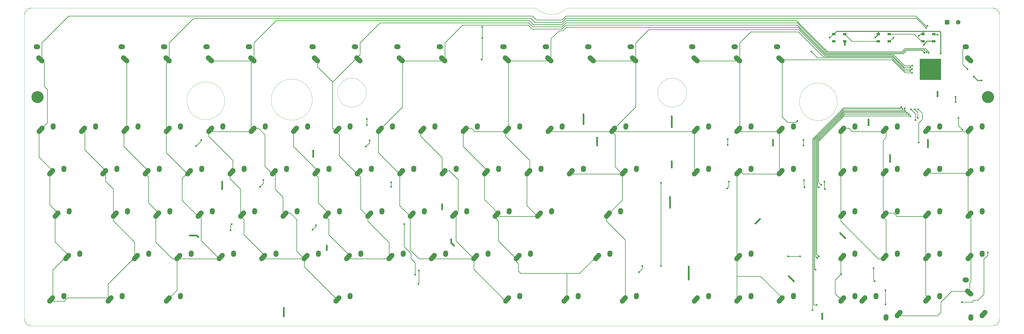
<source format=gtl>
%TF.GenerationSoftware,KiCad,Pcbnew,5.99.0-unknown-ae51e60f70~131~ubuntu21.10.1*%
%TF.CreationDate,2021-09-02T01:24:25-04:00*%
%TF.ProjectId,aek,61656b2e-6b69-4636-9164-5f7063625858,rev?*%
%TF.SameCoordinates,Original*%
%TF.FileFunction,Copper,L1,Top*%
%TF.FilePolarity,Positive*%
%FSLAX46Y46*%
G04 Gerber Fmt 4.6, Leading zero omitted, Abs format (unit mm)*
G04 Created by KiCad (PCBNEW 5.99.0-unknown-ae51e60f70~131~ubuntu21.10.1) date 2021-09-02 01:24:25*
%MOMM*%
%LPD*%
G01*
G04 APERTURE LIST*
G04 Aperture macros list*
%AMHorizOval*
0 Thick line with rounded ends*
0 $1 width*
0 $2 $3 position (X,Y) of the first rounded end (center of the circle)*
0 $4 $5 position (X,Y) of the second rounded end (center of the circle)*
0 Add line between two ends*
20,1,$1,$2,$3,$4,$5,0*
0 Add two circle primitives to create the rounded ends*
1,1,$1,$2,$3*
1,1,$1,$4,$5*%
G04 Aperture macros list end*
%TA.AperFunction,Profile*%
%ADD10C,0.150000*%
%TD*%
%TA.AperFunction,Profile*%
%ADD11C,0.050000*%
%TD*%
%TA.AperFunction,SMDPad,CuDef*%
%ADD12R,1.500000X1.000000*%
%TD*%
%TA.AperFunction,ComponentPad*%
%ADD13C,5.400000*%
%TD*%
%TA.AperFunction,ComponentPad*%
%ADD14HorizOval,2.250000X0.655001X0.730000X-0.655001X-0.730000X0*%
%TD*%
%TA.AperFunction,ComponentPad*%
%ADD15C,2.250000*%
%TD*%
%TA.AperFunction,ComponentPad*%
%ADD16HorizOval,2.250000X0.020000X0.290000X-0.020000X-0.290000X0*%
%TD*%
%TA.AperFunction,ComponentPad*%
%ADD17HorizOval,2.250000X-0.730000X0.655001X0.730000X-0.655001X0*%
%TD*%
%TA.AperFunction,ComponentPad*%
%ADD18HorizOval,2.250000X-0.290000X0.020000X0.290000X-0.020000X0*%
%TD*%
%TA.AperFunction,ComponentPad*%
%ADD19HorizOval,2.250000X-0.020000X-0.290000X0.020000X0.290000X0*%
%TD*%
%TA.AperFunction,ComponentPad*%
%ADD20HorizOval,2.250000X-0.655001X-0.730000X0.655001X0.730000X0*%
%TD*%
%TA.AperFunction,ComponentPad*%
%ADD21R,2.000000X2.000000*%
%TD*%
%TA.AperFunction,ComponentPad*%
%ADD22C,2.000000*%
%TD*%
%TA.AperFunction,ViaPad*%
%ADD23C,0.800000*%
%TD*%
%TA.AperFunction,Conductor*%
%ADD24C,0.250000*%
%TD*%
%TA.AperFunction,Conductor*%
%ADD25C,0.800000*%
%TD*%
%TA.AperFunction,Conductor*%
%ADD26C,0.750000*%
%TD*%
%TA.AperFunction,Conductor*%
%ADD27C,0.400000*%
%TD*%
G04 APERTURE END LIST*
D10*
X456882500Y-154432000D02*
G75*
G02*
X453834500Y-157480000I-3048000J0D01*
G01*
X18986500Y-17780000D02*
G75*
G02*
X22034500Y-14732000I3048000J0D01*
G01*
X22034500Y-157480000D02*
G75*
G02*
X18986500Y-154432000I0J3048000D01*
G01*
D11*
X22034500Y-157480000D02*
X453834500Y-157480000D01*
X456882500Y-154432000D02*
X456882500Y-17780000D01*
X18986500Y-17780000D02*
X18986500Y-154432000D01*
X172486500Y-52730000D02*
G75*
G03*
X172486500Y-52730000I-6500000J0D01*
G01*
X148236500Y-55850000D02*
G75*
G03*
X148236500Y-55850000I-9250000J0D01*
G01*
X248692001Y-14731999D02*
X22034500Y-14732000D01*
X262407999Y-14731999D02*
X453834500Y-14732000D01*
X108885512Y-56400000D02*
G75*
G03*
X108885512Y-56400000I-8500000J0D01*
G01*
X262407998Y-14731999D02*
G75*
G02*
X248692001Y-14731999I-6857998J6496633D01*
G01*
X316386500Y-52730000D02*
G75*
G03*
X316386500Y-52730000I-6500000J0D01*
G01*
X383985512Y-56830000D02*
G75*
G03*
X383985512Y-56830000I-8500000J0D01*
G01*
D10*
X453834500Y-14732000D02*
G75*
G02*
X456882500Y-17780000I0J-3048000D01*
G01*
D12*
%TO.P,LED1,1,VCC*%
%TO.N,+5V*%
X382454000Y-26416000D03*
%TO.P,LED1,2,DOUT*%
%TO.N,unconnected-(LED1-Pad2)*%
X382454000Y-29616000D03*
%TO.P,LED1,3,GND*%
%TO.N,GND*%
X387354000Y-29616000D03*
%TO.P,LED1,4,DIN*%
%TO.N,Net-(LED1-Pad4)*%
X387354000Y-26416000D03*
%TD*%
%TO.P,LED2,1,VCC*%
%TO.N,+5V*%
X402454000Y-26416000D03*
%TO.P,LED2,2,DOUT*%
%TO.N,Net-(LED1-Pad4)*%
X402454000Y-29616000D03*
%TO.P,LED2,3,GND*%
%TO.N,GND*%
X407354000Y-29616000D03*
%TO.P,LED2,4,DIN*%
%TO.N,Net-(LED2-Pad4)*%
X407354000Y-26416000D03*
%TD*%
%TO.P,LED3,1,VCC*%
%TO.N,+5V*%
X422454000Y-26416000D03*
%TO.P,LED3,2,DOUT*%
%TO.N,Net-(LED2-Pad4)*%
X422454000Y-29616000D03*
%TO.P,LED3,3,GND*%
%TO.N,GND*%
X427354000Y-29616000D03*
%TO.P,LED3,4,DIN*%
%TO.N,LEDDIN*%
X427354000Y-26416000D03*
%TD*%
D13*
%TO.P,H2,1,1*%
%TO.N,GND*%
X451698000Y-54734000D03*
%TD*%
D14*
%TO.P,SW_0,1,COL*%
%TO.N,COL5*%
X216682001Y-69437500D03*
D15*
X217337000Y-68707500D03*
%TO.P,SW_0,2,ROW*%
%TO.N,Net-(D57-Pad2)*%
X222377000Y-67627500D03*
D16*
X222357000Y-67917500D03*
%TD*%
D14*
%TO.P,SW_1,1,COL*%
%TO.N,COL0*%
X45232001Y-69437500D03*
D15*
X45887000Y-68707500D03*
%TO.P,SW_1,2,ROW*%
%TO.N,Net-(D11-Pad2)*%
X50927000Y-67627500D03*
D16*
X50907000Y-67917500D03*
%TD*%
D15*
%TO.P,SW_2,1,COL*%
%TO.N,COL1*%
X64937000Y-68707500D03*
D14*
X64282001Y-69437500D03*
D16*
%TO.P,SW_2,2,ROW*%
%TO.N,Net-(D13-Pad2)*%
X69957000Y-67917500D03*
D15*
X69977000Y-67627500D03*
%TD*%
D14*
%TO.P,SW_3,1,COL*%
%TO.N,COL1*%
X83332001Y-69437500D03*
D15*
X83987000Y-68707500D03*
%TO.P,SW_3,2,ROW*%
%TO.N,Net-(D21-Pad2)*%
X89027000Y-67627500D03*
D16*
X89007000Y-67917500D03*
%TD*%
D14*
%TO.P,SW_6,1,COL*%
%TO.N,COL3*%
X140482001Y-69437500D03*
D15*
X141137000Y-68707500D03*
D16*
%TO.P,SW_6,2,ROW*%
%TO.N,Net-(D35-Pad2)*%
X146157000Y-67917500D03*
D15*
X146177000Y-67627500D03*
%TD*%
D14*
%TO.P,SW_7,1,COL*%
%TO.N,COL3*%
X159532001Y-69437500D03*
D15*
X160187000Y-68707500D03*
%TO.P,SW_7,2,ROW*%
%TO.N,Net-(D42-Pad2)*%
X165227000Y-67627500D03*
D16*
X165207000Y-67917500D03*
%TD*%
D14*
%TO.P,SW_8,1,COL*%
%TO.N,COL4*%
X178582001Y-69437500D03*
D15*
X179237000Y-68707500D03*
%TO.P,SW_8,2,ROW*%
%TO.N,Net-(D46-Pad2)*%
X184277000Y-67627500D03*
D16*
X184257000Y-67917500D03*
%TD*%
D15*
%TO.P,SW_9,1,COL*%
%TO.N,COL4*%
X198287000Y-68707500D03*
D14*
X197632001Y-69437500D03*
D15*
%TO.P,SW_9,2,ROW*%
%TO.N,Net-(D54-Pad2)*%
X203327000Y-67627500D03*
D16*
X203307000Y-67917500D03*
%TD*%
D15*
%TO.P,SW_A1,1,COL*%
%TO.N,COL0*%
X60174500Y-106807500D03*
D14*
X59519501Y-107537500D03*
D16*
%TO.P,SW_A1,2,ROW*%
%TO.N,Net-(D9-Pad2)*%
X65194500Y-106017500D03*
D15*
X65214500Y-105727500D03*
%TD*%
%TO.P,SW_APOS1,1,COL*%
%TO.N,COL5*%
X250674500Y-106807500D03*
D14*
X250019501Y-107537500D03*
D16*
%TO.P,SW_APOS1,2,ROW*%
%TO.N,Net-(D63-Pad2)*%
X255694500Y-106017500D03*
D15*
X255714500Y-105727500D03*
%TD*%
%TO.P,SW_B1,1,COL*%
%TO.N,COL2*%
X145899500Y-125857500D03*
D14*
X145244501Y-126587500D03*
D16*
%TO.P,SW_B1,2,ROW*%
%TO.N,Net-(D29-Pad2)*%
X150919500Y-125067500D03*
D15*
X150939500Y-124777500D03*
%TD*%
%TO.P,SW_BACKSP1,1,COL*%
%TO.N,COL6*%
X284012000Y-68707500D03*
D14*
X283357001Y-69437500D03*
D16*
%TO.P,SW_BACKSP1,2,ROW*%
%TO.N,Net-(D76-Pad2)*%
X289032000Y-67917500D03*
D15*
X289052000Y-67627500D03*
%TD*%
%TO.P,SW_BKSLS1,1,COL*%
%TO.N,COL6*%
X288774500Y-87757500D03*
D14*
X288119501Y-88487500D03*
D16*
%TO.P,SW_BKSLS1,2,ROW*%
%TO.N,Net-(D70-Pad2)*%
X293794500Y-86967500D03*
D15*
X293814500Y-86677500D03*
%TD*%
%TO.P,SW_C1,1,COL*%
%TO.N,COL1*%
X107799500Y-125857500D03*
D14*
X107144501Y-126587500D03*
D15*
%TO.P,SW_C1,2,ROW*%
%TO.N,Net-(D18-Pad2)*%
X112839500Y-124777500D03*
D16*
X112819500Y-125067500D03*
%TD*%
D15*
%TO.P,SW_CAP1,1,COL*%
%TO.N,COL0*%
X33980750Y-106807500D03*
D14*
X33325751Y-107537500D03*
D16*
%TO.P,SW_CAP1,2,ROW*%
%TO.N,Net-(D4-Pad2)*%
X39000750Y-106017500D03*
D15*
X39020750Y-105727500D03*
%TD*%
D14*
%TO.P,SW_COLON1,1,COL*%
%TO.N,COL5*%
X230969501Y-107537500D03*
D15*
X231624500Y-106807500D03*
%TO.P,SW_COLON1,2,ROW*%
%TO.N,Net-(D59-Pad2)*%
X236664500Y-105727500D03*
D16*
X236644500Y-106017500D03*
%TD*%
D15*
%TO.P,SW_COMMA1,1,COL*%
%TO.N,COL4*%
X203049500Y-125857500D03*
D14*
X202394501Y-126587500D03*
D15*
%TO.P,SW_COMMA1,2,ROW*%
%TO.N,Net-(D49-Pad2)*%
X208089500Y-124777500D03*
D16*
X208069500Y-125067500D03*
%TD*%
D14*
%TO.P,SW_D1,1,COL*%
%TO.N,COL1*%
X97619501Y-107537500D03*
D15*
X98274500Y-106807500D03*
D16*
%TO.P,SW_D1,2,ROW*%
%TO.N,Net-(D19-Pad2)*%
X103294500Y-106017500D03*
D15*
X103314500Y-105727500D03*
%TD*%
D14*
%TO.P,SW_DEL1,1,COL*%
%TO.N,COL6*%
X320504501Y-88487500D03*
D15*
X321159500Y-87757500D03*
D16*
%TO.P,SW_DEL1,2,ROW*%
%TO.N,Net-(D74-Pad2)*%
X326179500Y-86967500D03*
D15*
X326199500Y-86677500D03*
%TD*%
%TO.P,SW_DOWN1,1,COL*%
%TO.N,COL7*%
X340209500Y-144907500D03*
D14*
X339554501Y-145637500D03*
D16*
%TO.P,SW_DOWN1,2,ROW*%
%TO.N,Net-(D82-Pad2)*%
X345229500Y-144117500D03*
D15*
X345249500Y-143827500D03*
%TD*%
%TO.P,SW_E1,1,COL*%
%TO.N,COL1*%
X93512000Y-87757500D03*
D14*
X92857001Y-88487500D03*
D16*
%TO.P,SW_E1,2,ROW*%
%TO.N,Net-(D20-Pad2)*%
X98532000Y-86967500D03*
D15*
X98552000Y-86677500D03*
%TD*%
%TO.P,SW_END1,1,COL*%
%TO.N,COL7*%
X340209500Y-87757500D03*
D14*
X339554501Y-88487500D03*
D15*
%TO.P,SW_END1,2,ROW*%
%TO.N,Net-(D80-Pad2)*%
X345249500Y-86677500D03*
D16*
X345229500Y-86967500D03*
%TD*%
D15*
%TO.P,SW_ENTER1,1,COL*%
%TO.N,COL6*%
X281630750Y-106807500D03*
D14*
X280975751Y-107537500D03*
D15*
%TO.P,SW_ENTER1,2,ROW*%
%TO.N,Net-(D71-Pad2)*%
X286670750Y-105727500D03*
D16*
X286650750Y-106017500D03*
%TD*%
D14*
%TO.P,SW_EQ1,1,COL*%
%TO.N,COL6*%
X254782001Y-69437500D03*
D15*
X255437000Y-68707500D03*
%TO.P,SW_EQ1,2,ROW*%
%TO.N,Net-(D68-Pad2)*%
X260477000Y-67627500D03*
D16*
X260457000Y-67917500D03*
%TD*%
D15*
%TO.P,SW_ESC1,1,COL*%
%TO.N,COL0*%
X25337000Y-37107500D03*
D17*
X26067000Y-37762499D03*
D15*
%TO.P,SW_ESC1,2,ROW*%
%TO.N,Net-(D1-Pad2)*%
X24257000Y-32067500D03*
D18*
X24547000Y-32087500D03*
%TD*%
D15*
%TO.P,SW_F1,1,COL*%
%TO.N,COL1*%
X63437000Y-37107500D03*
D17*
X64167000Y-37762499D03*
D18*
%TO.P,SW_F1,2,ROW*%
%TO.N,Net-(D12-Pad2)*%
X62647000Y-32087500D03*
D15*
X62357000Y-32067500D03*
%TD*%
%TO.P,SW_F2,1,COL*%
%TO.N,COL1*%
X82487000Y-37107500D03*
D17*
X83217000Y-37762499D03*
D15*
%TO.P,SW_F2,2,ROW*%
%TO.N,Net-(D22-Pad2)*%
X81407000Y-32067500D03*
D18*
X81697000Y-32087500D03*
%TD*%
D15*
%TO.P,SW_F3,1,COL*%
%TO.N,COL2*%
X101537000Y-37107500D03*
D17*
X102267000Y-37762499D03*
D15*
%TO.P,SW_F3,2,ROW*%
%TO.N,Net-(D23-Pad2)*%
X100457000Y-32067500D03*
D18*
X100747000Y-32087500D03*
%TD*%
D15*
%TO.P,SW_F4,1,COL*%
%TO.N,COL2*%
X120587000Y-37107500D03*
D17*
X121317000Y-37762499D03*
D18*
%TO.P,SW_F4,2,ROW*%
%TO.N,Net-(D33-Pad2)*%
X119797000Y-32087500D03*
D15*
X119507000Y-32067500D03*
%TD*%
%TO.P,SW_F5,1,COL*%
%TO.N,COL3*%
X149162000Y-37107500D03*
D17*
X149892000Y-37762499D03*
D18*
%TO.P,SW_F5,2,ROW*%
%TO.N,Net-(D34-Pad2)*%
X148372000Y-32087500D03*
D15*
X148082000Y-32067500D03*
%TD*%
%TO.P,SW_F6,1,COL*%
%TO.N,COL3*%
X168212000Y-37107500D03*
D17*
X168942000Y-37762499D03*
D18*
%TO.P,SW_F6,2,ROW*%
%TO.N,Net-(D44-Pad2)*%
X167422000Y-32087500D03*
D15*
X167132000Y-32067500D03*
%TD*%
%TO.P,SW_F7,1,COL*%
%TO.N,COL4*%
X187262000Y-37107500D03*
D17*
X187992000Y-37762499D03*
D15*
%TO.P,SW_F7,2,ROW*%
%TO.N,Net-(D45-Pad2)*%
X186182000Y-32067500D03*
D18*
X186472000Y-32087500D03*
%TD*%
D17*
%TO.P,SW_F8,1,COL*%
%TO.N,COL4*%
X207042000Y-37762499D03*
D15*
X206312000Y-37107500D03*
D18*
%TO.P,SW_F8,2,ROW*%
%TO.N,Net-(D55-Pad2)*%
X205522000Y-32087500D03*
D15*
X205232000Y-32067500D03*
%TD*%
D17*
%TO.P,SW_F9,1,COL*%
%TO.N,COL5*%
X235617000Y-37762499D03*
D15*
X234887000Y-37107500D03*
D18*
%TO.P,SW_F9,2,ROW*%
%TO.N,Net-(D56-Pad2)*%
X234097000Y-32087500D03*
D15*
X233807000Y-32067500D03*
%TD*%
%TO.P,SW_F10,1,COL*%
%TO.N,COL5*%
X253937000Y-37107500D03*
D17*
X254667000Y-37762499D03*
D18*
%TO.P,SW_F10,2,ROW*%
%TO.N,Net-(D66-Pad2)*%
X253147000Y-32087500D03*
D15*
X252857000Y-32067500D03*
%TD*%
%TO.P,SW_F11,1,COL*%
%TO.N,COL6*%
X272987000Y-37107500D03*
D17*
X273717000Y-37762499D03*
D15*
%TO.P,SW_F11,2,ROW*%
%TO.N,Net-(D67-Pad2)*%
X271907000Y-32067500D03*
D18*
X272197000Y-32087500D03*
%TD*%
D15*
%TO.P,SW_F12,1,COL*%
%TO.N,COL6*%
X292037000Y-37107500D03*
D17*
X292767000Y-37762499D03*
D15*
%TO.P,SW_F12,2,ROW*%
%TO.N,Net-(D77-Pad2)*%
X290957000Y-32067500D03*
D18*
X291247000Y-32087500D03*
%TD*%
D15*
%TO.P,SW_F13,1,COL*%
%TO.N,COL2*%
X117324500Y-106807500D03*
D14*
X116669501Y-107537500D03*
D15*
%TO.P,SW_F13,2,ROW*%
%TO.N,Net-(D26-Pad2)*%
X122364500Y-105727500D03*
D16*
X122344500Y-106017500D03*
%TD*%
D14*
%TO.P,SW_G1,1,COL*%
%TO.N,COL2*%
X135719501Y-107537500D03*
D15*
X136374500Y-106807500D03*
%TO.P,SW_G1,2,ROW*%
%TO.N,Net-(D30-Pad2)*%
X141414500Y-105727500D03*
D16*
X141394500Y-106017500D03*
%TD*%
D15*
%TO.P,SW_H1,1,COL*%
%TO.N,COL3*%
X155424500Y-106807500D03*
D14*
X154769501Y-107537500D03*
D16*
%TO.P,SW_H1,2,ROW*%
%TO.N,Net-(D37-Pad2)*%
X160444500Y-106017500D03*
D15*
X160464500Y-105727500D03*
%TD*%
%TO.P,SW_HOME1,1,COL*%
%TO.N,COL7*%
X340209500Y-68707500D03*
D14*
X339554501Y-69437500D03*
D16*
%TO.P,SW_HOME1,2,ROW*%
%TO.N,Net-(D79-Pad2)*%
X345229500Y-67917500D03*
D15*
X345249500Y-67627500D03*
%TD*%
D14*
%TO.P,SW_I1,1,COL*%
%TO.N,COL4*%
X188107001Y-88487500D03*
D15*
X188762000Y-87757500D03*
D16*
%TO.P,SW_I1,2,ROW*%
%TO.N,Net-(D47-Pad2)*%
X193782000Y-86967500D03*
D15*
X193802000Y-86677500D03*
%TD*%
D14*
%TO.P,SW_INS1,1,COL*%
%TO.N,COL6*%
X320504501Y-69437500D03*
D15*
X321159500Y-68707500D03*
%TO.P,SW_INS1,2,ROW*%
%TO.N,Net-(D75-Pad2)*%
X326199500Y-67627500D03*
D16*
X326179500Y-67917500D03*
%TD*%
D15*
%TO.P,SW_J1,1,COL*%
%TO.N,COL3*%
X174474500Y-106807500D03*
D14*
X173819501Y-107537500D03*
D16*
%TO.P,SW_J1,2,ROW*%
%TO.N,Net-(D40-Pad2)*%
X179494500Y-106017500D03*
D15*
X179514500Y-105727500D03*
%TD*%
D14*
%TO.P,SW_K1,1,COL*%
%TO.N,COL4*%
X192869501Y-107537500D03*
D15*
X193524500Y-106807500D03*
%TO.P,SW_K1,2,ROW*%
%TO.N,Net-(D48-Pad2)*%
X198564500Y-105727500D03*
D16*
X198544500Y-106017500D03*
%TD*%
D15*
%TO.P,SW_KP0,1,COL*%
%TO.N,COL7*%
X396407000Y-144907500D03*
D14*
X395752001Y-145637500D03*
D16*
%TO.P,SW_KP0,2,ROW*%
%TO.N,Net-(D84-Pad2)*%
X401427000Y-144117500D03*
D15*
X401447000Y-143827500D03*
%TD*%
%TO.P,SW_KP1,1,COL*%
%TO.N,COL7*%
X386882000Y-125857500D03*
D14*
X386227001Y-126587500D03*
D16*
%TO.P,SW_KP1,2,ROW*%
%TO.N,Net-(D85-Pad2)*%
X391902000Y-125067500D03*
D15*
X391922000Y-124777500D03*
%TD*%
%TO.P,SW_KP2,1,COL*%
%TO.N,COL8*%
X405932000Y-125857500D03*
D14*
X405277001Y-126587500D03*
D15*
%TO.P,SW_KP2,2,ROW*%
%TO.N,Net-(D93-Pad2)*%
X410972000Y-124777500D03*
D16*
X410952000Y-125067500D03*
%TD*%
D14*
%TO.P,SW_KP3,1,COL*%
%TO.N,COL8*%
X424327001Y-126587500D03*
D15*
X424982000Y-125857500D03*
D16*
%TO.P,SW_KP3,2,ROW*%
%TO.N,Net-(D95-Pad2)*%
X430002000Y-125067500D03*
D15*
X430022000Y-124777500D03*
%TD*%
D14*
%TO.P,SW_KP4,1,COL*%
%TO.N,COL8*%
X386227001Y-107537500D03*
D15*
X386882000Y-106807500D03*
%TO.P,SW_KP4,2,ROW*%
%TO.N,Net-(D92-Pad2)*%
X391922000Y-105727500D03*
D16*
X391902000Y-106017500D03*
%TD*%
D15*
%TO.P,SW_KP5,1,COL*%
%TO.N,COL8*%
X405932000Y-106807500D03*
D14*
X405277001Y-107537500D03*
D16*
%TO.P,SW_KP5,2,ROW*%
%TO.N,Net-(D97-Pad2)*%
X410952000Y-106017500D03*
D15*
X410972000Y-105727500D03*
%TD*%
%TO.P,SW_KP6,1,COL*%
%TO.N,COL8*%
X424982000Y-106807500D03*
D14*
X424327001Y-107537500D03*
D15*
%TO.P,SW_KP6,2,ROW*%
%TO.N,Net-(D96-Pad2)*%
X430022000Y-105727500D03*
D16*
X430002000Y-106017500D03*
%TD*%
D14*
%TO.P,SW_KP7,1,COL*%
%TO.N,COL8*%
X386227001Y-88487500D03*
D15*
X386882000Y-87757500D03*
D16*
%TO.P,SW_KP7,2,ROW*%
%TO.N,Net-(D91-Pad2)*%
X391902000Y-86967500D03*
D15*
X391922000Y-86677500D03*
%TD*%
D14*
%TO.P,SW_KP8,1,COL*%
%TO.N,COL8*%
X405277001Y-88487500D03*
D15*
X405932000Y-87757500D03*
%TO.P,SW_KP8,2,ROW*%
%TO.N,Net-(D98-Pad2)*%
X410972000Y-86677500D03*
D16*
X410952000Y-86967500D03*
%TD*%
D15*
%TO.P,SW_KP9,1,COL*%
%TO.N,COL9*%
X424982000Y-87757500D03*
D14*
X424327001Y-88487500D03*
D16*
%TO.P,SW_KP9,2,ROW*%
%TO.N,Net-(D102-Pad2)*%
X430002000Y-86967500D03*
D15*
X430022000Y-86677500D03*
%TD*%
D14*
%TO.P,SW_KPASTR1,1,COL*%
%TO.N,COL9*%
X443377001Y-69437500D03*
D15*
X444032000Y-68707500D03*
D16*
%TO.P,SW_KPASTR1,2,ROW*%
%TO.N,Net-(D110-Pad2)*%
X449052000Y-67917500D03*
D15*
X449072000Y-67627500D03*
%TD*%
%TO.P,SW_KPENTER1,1,COL*%
%TO.N,COL9*%
X442532000Y-141882500D03*
D17*
X443262000Y-142537499D03*
D15*
%TO.P,SW_KPENTER1,2,ROW*%
%TO.N,Net-(D104-Pad2)*%
X441452000Y-136842500D03*
D18*
X441742000Y-136862500D03*
%TD*%
D14*
%TO.P,SW_KPEQ1,1,COL*%
%TO.N,COL8*%
X405277001Y-69437500D03*
D15*
X405932000Y-68707500D03*
%TO.P,SW_KPEQ1,2,ROW*%
%TO.N,Net-(D99-Pad2)*%
X410972000Y-67627500D03*
D16*
X410952000Y-67917500D03*
%TD*%
D15*
%TO.P,SW_KPMINUS1,1,COL*%
%TO.N,COL9*%
X444032000Y-87757500D03*
D14*
X443377001Y-88487500D03*
D15*
%TO.P,SW_KPMINUS1,2,ROW*%
%TO.N,Net-(D109-Pad2)*%
X449072000Y-86677500D03*
D16*
X449052000Y-86967500D03*
%TD*%
D15*
%TO.P,SW_KPPER1,1,COL*%
%TO.N,COL8*%
X424982000Y-144907500D03*
D14*
X424327001Y-145637500D03*
D15*
%TO.P,SW_KPPER1,2,ROW*%
%TO.N,Net-(D94-Pad2)*%
X430022000Y-143827500D03*
D16*
X430002000Y-144117500D03*
%TD*%
D15*
%TO.P,SW_KPPLUS1,2,ROW*%
%TO.N,Net-(D103-Pad2)*%
X449072000Y-105727500D03*
D16*
X449052000Y-106017500D03*
D14*
%TO.P,SW_KPPLUS1,1,COL*%
%TO.N,COL9*%
X443377001Y-107537500D03*
D15*
X444032000Y-106807500D03*
%TD*%
%TO.P,SW_KPSLASH1,1,COL*%
%TO.N,COL9*%
X424982000Y-68707500D03*
D14*
X424327001Y-69437500D03*
D15*
%TO.P,SW_KPSLASH1,2,ROW*%
%TO.N,Net-(D101-Pad2)*%
X430022000Y-67627500D03*
D16*
X430002000Y-67917500D03*
%TD*%
D14*
%TO.P,SW_L1,1,COL*%
%TO.N,COL4*%
X211919501Y-107537500D03*
D15*
X212574500Y-106807500D03*
%TO.P,SW_L1,2,ROW*%
%TO.N,Net-(D52-Pad2)*%
X217614500Y-105727500D03*
D16*
X217594500Y-106017500D03*
%TD*%
D14*
%TO.P,SW_LALT1,1,COL*%
%TO.N,COL1*%
X83332001Y-145637500D03*
D15*
X83987000Y-144907500D03*
%TO.P,SW_LALT1,2,ROW*%
%TO.N,Net-(D17-Pad2)*%
X89027000Y-143827500D03*
D16*
X89007000Y-144117500D03*
%TD*%
D14*
%TO.P,SW_LBRAC1,1,COL*%
%TO.N,COL5*%
X245257001Y-88487500D03*
D15*
X245912000Y-87757500D03*
D16*
%TO.P,SW_LBRAC1,2,ROW*%
%TO.N,Net-(D64-Pad2)*%
X250932000Y-86967500D03*
D15*
X250952000Y-86677500D03*
%TD*%
%TO.P,SW_LCTR1,1,COL*%
%TO.N,COL0*%
X31599500Y-144907500D03*
D14*
X30944501Y-145637500D03*
D16*
%TO.P,SW_LCTR1,2,ROW*%
%TO.N,Net-(D6-Pad2)*%
X36619500Y-144117500D03*
D15*
X36639500Y-143827500D03*
%TD*%
%TO.P,SW_LEFT1,1,COL*%
%TO.N,COL6*%
X321159500Y-144907500D03*
D14*
X320504501Y-145637500D03*
D16*
%TO.P,SW_LEFT1,2,ROW*%
%TO.N,Net-(D73-Pad2)*%
X326179500Y-144117500D03*
D15*
X326199500Y-143827500D03*
%TD*%
D14*
%TO.P,SW_LMOD1,1,COL*%
%TO.N,COL0*%
X57138251Y-145637500D03*
D15*
X57793250Y-144907500D03*
%TO.P,SW_LMOD1,2,ROW*%
%TO.N,Net-(D7-Pad2)*%
X62833250Y-143827500D03*
D16*
X62813250Y-144117500D03*
%TD*%
D14*
%TO.P,SW_LSH1,1,COL*%
%TO.N,COL0*%
X38088251Y-126587500D03*
D15*
X38743250Y-125857500D03*
%TO.P,SW_LSH1,2,ROW*%
%TO.N,Net-(D5-Pad2)*%
X43783250Y-124777500D03*
D16*
X43763250Y-125067500D03*
%TD*%
D15*
%TO.P,SW_M1,1,COL*%
%TO.N,COL3*%
X183999500Y-125857500D03*
D14*
X183344501Y-126587500D03*
D15*
%TO.P,SW_M1,2,ROW*%
%TO.N,Net-(D39-Pad2)*%
X189039500Y-124777500D03*
D16*
X189019500Y-125067500D03*
%TD*%
D15*
%TO.P,SW_MINUS1,1,COL*%
%TO.N,COL5*%
X236387000Y-68707500D03*
D14*
X235732001Y-69437500D03*
D16*
%TO.P,SW_MINUS1,2,ROW*%
%TO.N,Net-(D65-Pad2)*%
X241407000Y-67917500D03*
D15*
X241427000Y-67627500D03*
%TD*%
D14*
%TO.P,SW_N1,1,COL*%
%TO.N,COL3*%
X164294501Y-126587500D03*
D15*
X164949500Y-125857500D03*
D16*
%TO.P,SW_N1,2,ROW*%
%TO.N,Net-(D38-Pad2)*%
X169969500Y-125067500D03*
D15*
X169989500Y-124777500D03*
%TD*%
%TO.P,SW_O1,1,COL*%
%TO.N,COL4*%
X207812000Y-87757500D03*
D14*
X207157001Y-88487500D03*
D16*
%TO.P,SW_O1,2,ROW*%
%TO.N,Net-(D53-Pad2)*%
X212832000Y-86967500D03*
D15*
X212852000Y-86677500D03*
%TD*%
%TO.P,SW_P1,1,COL*%
%TO.N,COL5*%
X226862000Y-87757500D03*
D14*
X226207001Y-88487500D03*
D16*
%TO.P,SW_P1,2,ROW*%
%TO.N,Net-(D58-Pad2)*%
X231882000Y-86967500D03*
D15*
X231902000Y-86677500D03*
%TD*%
%TO.P,SW_PAUSE1,1,COL*%
%TO.N,COL8*%
X357759500Y-37107500D03*
D17*
X358489500Y-37762499D03*
D18*
%TO.P,SW_PAUSE1,2,ROW*%
%TO.N,Net-(D89-Pad2)*%
X356969500Y-32087500D03*
D15*
X356679500Y-32067500D03*
%TD*%
%TO.P,SW_PERIOD1,1,COL*%
%TO.N,COL4*%
X222099500Y-125857500D03*
D14*
X221444501Y-126587500D03*
D16*
%TO.P,SW_PERIOD1,2,ROW*%
%TO.N,Net-(D51-Pad2)*%
X227119500Y-125067500D03*
D15*
X227139500Y-124777500D03*
%TD*%
D14*
%TO.P,SW_PGDN1,1,COL*%
%TO.N,COL7*%
X358604501Y-88487500D03*
D15*
X359259500Y-87757500D03*
D16*
%TO.P,SW_PGDN1,2,ROW*%
%TO.N,Net-(D86-Pad2)*%
X364279500Y-86967500D03*
D15*
X364299500Y-86677500D03*
%TD*%
%TO.P,SW_PGUP1,1,COL*%
%TO.N,COL7*%
X359259500Y-68707500D03*
D14*
X358604501Y-69437500D03*
D16*
%TO.P,SW_PGUP1,2,ROW*%
%TO.N,Net-(D87-Pad2)*%
X364279500Y-67917500D03*
D15*
X364299500Y-67627500D03*
%TD*%
%TO.P,SW_POW1,1,COL*%
%TO.N,COL9*%
X442532000Y-37107500D03*
D17*
X443262000Y-37762499D03*
D18*
%TO.P,SW_POW1,2,ROW*%
%TO.N,Net-(D100-Pad2)*%
X441742000Y-32087500D03*
D15*
X441452000Y-32067500D03*
%TD*%
D17*
%TO.P,SW_PRSC1,1,COL*%
%TO.N,COL7*%
X320389500Y-37762499D03*
D15*
X319659500Y-37107500D03*
%TO.P,SW_PRSC1,2,ROW*%
%TO.N,Net-(D78-Pad2)*%
X318579500Y-32067500D03*
D18*
X318869500Y-32087500D03*
%TD*%
D14*
%TO.P,SW_Q1,1,COL*%
%TO.N,COL0*%
X54757001Y-88487500D03*
D15*
X55412000Y-87757500D03*
%TO.P,SW_Q1,2,ROW*%
%TO.N,Net-(D10-Pad2)*%
X60452000Y-86677500D03*
D16*
X60432000Y-86967500D03*
%TD*%
D14*
%TO.P,SW_R1,1,COL*%
%TO.N,COL2*%
X111907001Y-88487500D03*
D15*
X112562000Y-87757500D03*
D16*
%TO.P,SW_R1,2,ROW*%
%TO.N,Net-(D25-Pad2)*%
X117582000Y-86967500D03*
D15*
X117602000Y-86677500D03*
%TD*%
%TO.P,SW_RALT1,1,COL*%
%TO.N,COL4*%
X236387000Y-144907500D03*
D14*
X235732001Y-145637500D03*
D16*
%TO.P,SW_RALT1,2,ROW*%
%TO.N,Net-(D50-Pad2)*%
X241407000Y-144117500D03*
D15*
X241427000Y-143827500D03*
%TD*%
%TO.P,SW_RBRAC1,1,COL*%
%TO.N,COL6*%
X264962000Y-87757500D03*
D14*
X264307001Y-88487500D03*
D16*
%TO.P,SW_RBRAC1,2,ROW*%
%TO.N,Net-(D69-Pad2)*%
X269982000Y-86967500D03*
D15*
X270002000Y-86677500D03*
%TD*%
%TO.P,SW_RCTR1,1,COL*%
%TO.N,COL6*%
X288774500Y-144907500D03*
D14*
X288119501Y-145637500D03*
D16*
%TO.P,SW_RCTR1,2,ROW*%
%TO.N,Net-(D72-Pad2)*%
X293794500Y-144117500D03*
D15*
X293814500Y-143827500D03*
%TD*%
D14*
%TO.P,SW_RIGHT1,1,COL*%
%TO.N,COL7*%
X358604501Y-145637500D03*
D15*
X359259500Y-144907500D03*
%TO.P,SW_RIGHT1,2,ROW*%
%TO.N,Net-(D83-Pad2)*%
X364299500Y-143827500D03*
D16*
X364279500Y-144117500D03*
%TD*%
D15*
%TO.P,SW_RMOD1,1,COL*%
%TO.N,COL5*%
X262580750Y-144907500D03*
D14*
X261925751Y-145637500D03*
D16*
%TO.P,SW_RMOD1,2,ROW*%
%TO.N,Net-(D61-Pad2)*%
X267600750Y-144117500D03*
D15*
X267620750Y-143827500D03*
%TD*%
%TO.P,SW_RSH1,1,COL*%
%TO.N,COL5*%
X276868250Y-125857500D03*
D14*
X276213251Y-126587500D03*
D15*
%TO.P,SW_RSH1,2,ROW*%
%TO.N,Net-(D62-Pad2)*%
X281908250Y-124777500D03*
D16*
X281888250Y-125067500D03*
%TD*%
D14*
%TO.P,SW_S1,1,COL*%
%TO.N,COL1*%
X78569501Y-107537500D03*
D15*
X79224500Y-106807500D03*
%TO.P,SW_S1,2,ROW*%
%TO.N,Net-(D15-Pad2)*%
X84264500Y-105727500D03*
D16*
X84244500Y-106017500D03*
%TD*%
D17*
%TO.P,SW_SCLK1,1,COL*%
%TO.N,COL7*%
X339439500Y-37762499D03*
D15*
X338709500Y-37107500D03*
D18*
%TO.P,SW_SCLK1,2,ROW*%
%TO.N,Net-(D88-Pad2)*%
X337919500Y-32087500D03*
D15*
X337629500Y-32067500D03*
%TD*%
D14*
%TO.P,SW_SLASH1,1,COL*%
%TO.N,COL5*%
X240494501Y-126587500D03*
D15*
X241149500Y-125857500D03*
%TO.P,SW_SLASH1,2,ROW*%
%TO.N,Net-(D60-Pad2)*%
X246189500Y-124777500D03*
D16*
X246169500Y-125067500D03*
%TD*%
D15*
%TO.P,SW_SPACE1,1,COL*%
%TO.N,COL2*%
X160187000Y-144907500D03*
D14*
X159532001Y-145637500D03*
D16*
%TO.P,SW_SPACE1,2,ROW*%
%TO.N,Net-(D28-Pad2)*%
X165207000Y-144117500D03*
D15*
X165227000Y-143827500D03*
%TD*%
%TO.P,SW_T1,1,COL*%
%TO.N,COL2*%
X131612000Y-87757500D03*
D14*
X130957001Y-88487500D03*
D15*
%TO.P,SW_T1,2,ROW*%
%TO.N,Net-(D31-Pad2)*%
X136652000Y-86677500D03*
D16*
X136632000Y-86967500D03*
%TD*%
D15*
%TO.P,SW_TAB1,1,COL*%
%TO.N,COL0*%
X31599500Y-87757500D03*
D14*
X30944501Y-88487500D03*
D15*
%TO.P,SW_TAB1,2,ROW*%
%TO.N,Net-(D3-Pad2)*%
X36639500Y-86677500D03*
D16*
X36619500Y-86967500D03*
%TD*%
D14*
%TO.P,SW_TICK1,1,COL*%
%TO.N,COL0*%
X26182001Y-69437500D03*
D15*
X26837000Y-68707500D03*
%TO.P,SW_TICK1,2,ROW*%
%TO.N,Net-(D2-Pad2)*%
X31877000Y-67627500D03*
D16*
X31857000Y-67917500D03*
%TD*%
D14*
%TO.P,SW_U1,1,COL*%
%TO.N,COL3*%
X169057001Y-88487500D03*
D15*
X169712000Y-87757500D03*
%TO.P,SW_U1,2,ROW*%
%TO.N,Net-(D41-Pad2)*%
X174752000Y-86677500D03*
D16*
X174732000Y-86967500D03*
%TD*%
D14*
%TO.P,SW_UP1,1,COL*%
%TO.N,COL7*%
X339554501Y-126587500D03*
D15*
X340209500Y-125857500D03*
%TO.P,SW_UP1,2,ROW*%
%TO.N,Net-(D81-Pad2)*%
X345249500Y-124777500D03*
D16*
X345229500Y-125067500D03*
%TD*%
D14*
%TO.P,SW_V1,1,COL*%
%TO.N,COL2*%
X126194501Y-126587500D03*
D15*
X126849500Y-125857500D03*
D16*
%TO.P,SW_V1,2,ROW*%
%TO.N,Net-(D27-Pad2)*%
X131869500Y-125067500D03*
D15*
X131889500Y-124777500D03*
%TD*%
D14*
%TO.P,SW_W1,1,COL*%
%TO.N,COL1*%
X73807001Y-88487500D03*
D15*
X74462000Y-87757500D03*
%TO.P,SW_W1,2,ROW*%
%TO.N,Net-(D14-Pad2)*%
X79502000Y-86677500D03*
D16*
X79482000Y-86967500D03*
%TD*%
D15*
%TO.P,SW_X1,1,COL*%
%TO.N,COL1*%
X88749500Y-125857500D03*
D14*
X88094501Y-126587500D03*
D16*
%TO.P,SW_X1,2,ROW*%
%TO.N,Net-(D16-Pad2)*%
X93769500Y-125067500D03*
D15*
X93789500Y-124777500D03*
%TD*%
D14*
%TO.P,SW_Y1,1,COL*%
%TO.N,COL3*%
X150007001Y-88487500D03*
D15*
X150662000Y-87757500D03*
D16*
%TO.P,SW_Y1,2,ROW*%
%TO.N,Net-(D36-Pad2)*%
X155682000Y-86967500D03*
D15*
X155702000Y-86677500D03*
%TD*%
%TO.P,SW_Z1,1,COL*%
%TO.N,COL0*%
X69699500Y-125857500D03*
D14*
X69044501Y-126587500D03*
D16*
%TO.P,SW_Z1,2,ROW*%
%TO.N,Net-(D8-Pad2)*%
X74719500Y-125067500D03*
D15*
X74739500Y-124777500D03*
%TD*%
D13*
%TO.P,H1,1,1*%
%TO.N,GND*%
X24800000Y-54734000D03*
%TD*%
D14*
%TO.P,SW_4,1,COL*%
%TO.N,COL2*%
X102382001Y-69437500D03*
D15*
X103037000Y-68707500D03*
D16*
%TO.P,SW_4,2,ROW*%
%TO.N,Net-(D24-Pad2)*%
X108057000Y-67917500D03*
D15*
X108077000Y-67627500D03*
%TD*%
%TO.P,SW_5,1,COL*%
%TO.N,COL2*%
X122087000Y-68707500D03*
D14*
X121432001Y-69437500D03*
D16*
%TO.P,SW_5,2,ROW*%
%TO.N,Net-(D32-Pad2)*%
X127107000Y-67917500D03*
D15*
X127127000Y-67627500D03*
%TD*%
D14*
%TO.P,SW_NUMLK1,1,COL*%
%TO.N,COL8*%
X386227001Y-69437500D03*
D15*
X386882000Y-68707500D03*
D16*
%TO.P,SW_NUMLK1,2,ROW*%
%TO.N,Net-(D90-Pad2)*%
X391902000Y-67917500D03*
D15*
X391922000Y-67627500D03*
%TD*%
%TO.P,SW_KP0X1,2,ROW*%
%TO.N,Net-(D43-Pad2)*%
X405892000Y-153987500D03*
D19*
X405912000Y-153697500D03*
D15*
%TO.P,SW_KP0X1,1,COL*%
%TO.N,COL9*%
X410932000Y-152907500D03*
D20*
X411586999Y-152177500D03*
%TD*%
D15*
%TO.P,SW_KPENTERALT1,1,COL*%
%TO.N,COL9*%
X449032000Y-152907500D03*
D20*
X449686999Y-152177500D03*
D15*
%TO.P,SW_KPENTERALT1,2,ROW*%
%TO.N,Net-(D104-Pad2)*%
X443992000Y-153987500D03*
D19*
X444012000Y-153697500D03*
%TD*%
D15*
%TO.P,SW_KP0ALT1,1,COL*%
%TO.N,COL7*%
X386882000Y-144907500D03*
D14*
X386227001Y-145637500D03*
D16*
%TO.P,SW_KP0ALT1,2,ROW*%
%TO.N,Net-(D84-Pad2)*%
X391902000Y-144117500D03*
D15*
X391922000Y-143827500D03*
%TD*%
%TO.P,SW_KPENTERX1,1,COL*%
%TO.N,COL9*%
X444032000Y-125857500D03*
D14*
X443377001Y-126587500D03*
D16*
%TO.P,SW_KPENTERX1,2,ROW*%
%TO.N,Net-(D105-Pad2)*%
X449052000Y-125067500D03*
D15*
X449072000Y-124777500D03*
%TD*%
D21*
%TO.P,BUZ1,1*%
%TO.N,BUZIN*%
X433299216Y-21082000D03*
D22*
%TO.P,BUZ1,2*%
%TO.N,GND*%
X438299216Y-21082000D03*
%TD*%
D23*
%TO.N,Net-(D43-Pad2)*%
X405638000Y-141478000D03*
%TO.N,GND*%
X364490000Y-137414000D03*
X377190000Y-151892000D03*
X377190000Y-154432000D03*
%TO.N,Net-(D43-Pad2)*%
X405638000Y-147828000D03*
%TO.N,ROW7*%
X400812000Y-137414000D03*
%TO.N,ROW5*%
X451612000Y-124460000D03*
X372872000Y-150368000D03*
%TO.N,ROW6*%
X374650000Y-148082000D03*
%TO.N,GND*%
X378206000Y-92710000D03*
X409200000Y-28000000D03*
X97028000Y-117602000D03*
X276098000Y-76454000D03*
X407670000Y-83820000D03*
X270002000Y-62484000D03*
X107696000Y-92710000D03*
X317246000Y-136652000D03*
X407670000Y-80772000D03*
X148590000Y-81534000D03*
X135382000Y-153162000D03*
X154686000Y-121412000D03*
X224282000Y-37846000D03*
X349250000Y-109474000D03*
X355092000Y-73914000D03*
X355092000Y-76454000D03*
X270002000Y-66802000D03*
X148590000Y-78740000D03*
X308864000Y-104394000D03*
X309626000Y-63373000D03*
X210566000Y-118618000D03*
X422910000Y-31242000D03*
X154686000Y-123444000D03*
X387350000Y-31242000D03*
X362204000Y-135128000D03*
X276098000Y-72898000D03*
X211836000Y-121412000D03*
X224536000Y-23114000D03*
X448818000Y-47244000D03*
X93218000Y-116840000D03*
X387604000Y-118110000D03*
X437134000Y-56896000D03*
X424688000Y-73914000D03*
X347218000Y-111506000D03*
X107696000Y-96012000D03*
X429006000Y-54356000D03*
X309626000Y-83566000D03*
X385318000Y-115824000D03*
X224536000Y-28194000D03*
X308864000Y-99568000D03*
X309626000Y-68199000D03*
X206502000Y-102870000D03*
X437134000Y-54610000D03*
X378460000Y-96012000D03*
X309626000Y-86360000D03*
X135382000Y-149352000D03*
X445262000Y-45466000D03*
X424688000Y-77216000D03*
X398018000Y-64770000D03*
X317246000Y-130810000D03*
X172720000Y-67310000D03*
X206502000Y-105156000D03*
X429006000Y-52324000D03*
X398018000Y-67310000D03*
X172720000Y-64516000D03*
%TO.N,+5V*%
X421883250Y-38284500D03*
X429820750Y-43047000D03*
X420624000Y-27178000D03*
X401066000Y-27940000D03*
X430470654Y-35120652D03*
X380584000Y-28016000D03*
X429820750Y-39078250D03*
X428233250Y-46222000D03*
X421883250Y-45428250D03*
%TO.N,ROW0*%
X372364000Y-34290000D03*
X416759303Y-42903250D03*
%TO.N,ROW1*%
X420370000Y-60198000D03*
X420572501Y-75132501D03*
%TO.N,ROW2*%
X376733499Y-94182501D03*
X416814000Y-63246000D03*
%TO.N,ROW4*%
X374193499Y-132282501D03*
X296418000Y-130556000D03*
X294894000Y-133350000D03*
X414266797Y-59811667D03*
%TO.N,ROW5*%
X412778973Y-59210973D03*
X195834000Y-138684000D03*
X439928000Y-146812000D03*
X196088000Y-132588000D03*
%TO.N,ROW6*%
X189484000Y-111760000D03*
X413299387Y-60064889D03*
X194437000Y-134493000D03*
%TO.N,ROW7*%
X183642000Y-94996000D03*
X112014000Y-111760000D03*
X334518000Y-95758000D03*
X374940999Y-126963001D03*
X400304000Y-131558001D03*
X148336000Y-114300000D03*
X183642000Y-92964000D03*
X149860000Y-112268000D03*
X414528000Y-60960000D03*
X111506000Y-114554000D03*
X335280000Y-92710000D03*
%TO.N,ROW8*%
X369316000Y-95250000D03*
X375666000Y-95250000D03*
X416122051Y-62447000D03*
X126238000Y-91948000D03*
X334772000Y-76200000D03*
X172212000Y-76962000D03*
X124714000Y-94996000D03*
X173990000Y-74168000D03*
X334772000Y-73660000D03*
X369062000Y-91948000D03*
%TO.N,ROW9*%
X418846000Y-60198000D03*
X368808000Y-73914000D03*
X98298000Y-73914000D03*
X440277250Y-69437250D03*
X96012000Y-76708000D03*
X438404000Y-64008000D03*
X368808000Y-76454000D03*
X420116000Y-64008000D03*
%TO.N,ROW10*%
X417068000Y-60198000D03*
X419100000Y-65024000D03*
%TO.N,Net-(D100-Pad2)*%
X442468000Y-42164000D03*
%TO.N,COL5*%
X417646051Y-40578250D03*
%TO.N,COL0*%
X424480424Y-22790364D03*
%TO.N,COL1*%
X423926000Y-23622000D03*
%TO.N,COL2*%
X425046248Y-34837709D03*
%TO.N,COL3*%
X424112211Y-34481930D03*
%TO.N,COL4*%
X423164000Y-34798000D03*
%TO.N,COL6*%
X416814000Y-41328001D03*
%TO.N,COL7*%
X417608715Y-42178250D03*
X385718750Y-134219250D03*
%TO.N,COL8*%
X417597378Y-43777750D03*
X366014000Y-65452499D03*
%TO.N,ROW3*%
X367284000Y-126238000D03*
X415290000Y-61722000D03*
X361950000Y-126238000D03*
X375666000Y-126238000D03*
X304800000Y-130556000D03*
X304800000Y-93218000D03*
%TO.N,LEDDIN*%
X429006000Y-26670000D03*
%TD*%
D24*
%TO.N,Net-(D43-Pad2)*%
X405638000Y-147828000D02*
X405638000Y-141478000D01*
D25*
%TO.N,GND*%
X362204000Y-135128000D02*
X364490000Y-137414000D01*
D26*
X377190000Y-154432000D02*
X377190000Y-151892000D01*
D24*
%TO.N,ROW5*%
X372872000Y-149606000D02*
X372872000Y-138430000D01*
X372872000Y-138430000D02*
X372872000Y-137668000D01*
X372872000Y-137668000D02*
X372872000Y-73406000D01*
X451612000Y-125730000D02*
X451612000Y-124460000D01*
X449834000Y-129032000D02*
X449834000Y-127508000D01*
X449834000Y-127508000D02*
X451612000Y-125730000D01*
X439928000Y-146812000D02*
X444500000Y-146812000D01*
X444500000Y-146812000D02*
X445331547Y-145980453D01*
X449834000Y-143256000D02*
X449834000Y-129032000D01*
X445331547Y-145980453D02*
X447109547Y-145980453D01*
X447109547Y-145980453D02*
X449834000Y-143256000D01*
X372872000Y-149606000D02*
X372872000Y-150368000D01*
%TO.N,ROW6*%
X373372021Y-148074021D02*
X374642021Y-148074021D01*
X374642021Y-148074021D02*
X374650000Y-148082000D01*
X373372021Y-73670799D02*
X373372021Y-148074021D01*
%TO.N,COL7*%
X384937500Y-144907500D02*
X383032000Y-143002000D01*
X383032000Y-136906000D02*
X385718750Y-134219250D01*
X386882000Y-144907500D02*
X384937500Y-144907500D01*
X383032000Y-143002000D02*
X383032000Y-136906000D01*
%TO.N,COL9*%
X410932000Y-152907500D02*
X429006500Y-152907500D01*
X429006500Y-152907500D02*
X430530000Y-151384000D01*
X430530000Y-151384000D02*
X430530000Y-146812000D01*
X430530000Y-146812000D02*
X435459500Y-141882500D01*
X435459500Y-141882500D02*
X442532000Y-141882500D01*
%TO.N,GND*%
X422910000Y-30988000D02*
X422910000Y-31242000D01*
D26*
X210566000Y-120142000D02*
X211836000Y-121412000D01*
X107696000Y-92710000D02*
X107696000Y-96012000D01*
X398018000Y-64770000D02*
X398018000Y-67310000D01*
D27*
X447040000Y-47244000D02*
X445262000Y-45466000D01*
D24*
X407354000Y-29616000D02*
X407584000Y-29616000D01*
D26*
X385318000Y-115824000D02*
X387604000Y-118110000D01*
D24*
X224536000Y-28194000D02*
X224536000Y-37592000D01*
D26*
X429006000Y-54356000D02*
X429006000Y-52324000D01*
D27*
X448818000Y-47244000D02*
X447040000Y-47244000D01*
D26*
X135382000Y-149352000D02*
X135382000Y-153162000D01*
X93218000Y-116840000D02*
X96266000Y-116840000D01*
X154686000Y-121412000D02*
X154686000Y-123444000D01*
X387354000Y-29616000D02*
X387354000Y-31238000D01*
D24*
X224536000Y-23114000D02*
X224536000Y-28194000D01*
X378206000Y-92710000D02*
X378206000Y-95758000D01*
D27*
X424308000Y-29590000D02*
X422910000Y-30988000D01*
D26*
X424688000Y-77216000D02*
X424688000Y-73914000D01*
X317246000Y-136652000D02*
X317246000Y-130810000D01*
X308864000Y-104394000D02*
X308864000Y-99568000D01*
D27*
X437134000Y-56896000D02*
X437134000Y-54610000D01*
D24*
X224536000Y-37592000D02*
X224282000Y-37846000D01*
D26*
X148590000Y-78740000D02*
X148590000Y-81534000D01*
X347218000Y-111506000D02*
X349250000Y-109474000D01*
D24*
X172720000Y-64516000D02*
X172720000Y-67310000D01*
D26*
X96266000Y-116840000D02*
X97028000Y-117602000D01*
X210566000Y-118618000D02*
X210566000Y-120142000D01*
X407670000Y-83820000D02*
X407670000Y-80772000D01*
D24*
X407584000Y-29616000D02*
X409200000Y-28000000D01*
D26*
X206502000Y-102870000D02*
X206502000Y-105156000D01*
D24*
X378206000Y-95758000D02*
X378460000Y-96012000D01*
D26*
X276098000Y-72898000D02*
X276098000Y-76454000D01*
X309626000Y-68199000D02*
X309626000Y-63373000D01*
D24*
X387354000Y-31238000D02*
X387350000Y-31242000D01*
D26*
X355092000Y-76454000D02*
X355092000Y-73914000D01*
D27*
X427354000Y-29590000D02*
X424308000Y-29590000D01*
D26*
X309626000Y-83566000D02*
X309626000Y-86360000D01*
X270002000Y-62484000D02*
X270002000Y-66802000D01*
D27*
%TO.N,+5V*%
X402590000Y-26416000D02*
X401066000Y-27940000D01*
X422454000Y-25198000D02*
X422454000Y-26416000D01*
D24*
X382184000Y-26416000D02*
X380600000Y-28000000D01*
D27*
X402454000Y-25264000D02*
X402454000Y-26416000D01*
X430022000Y-25146000D02*
X422402000Y-25146000D01*
D24*
X421386000Y-26416000D02*
X420624000Y-27178000D01*
D27*
X430470654Y-25594654D02*
X430022000Y-25146000D01*
D24*
X422454000Y-26416000D02*
X421386000Y-26416000D01*
X382454000Y-26416000D02*
X382184000Y-26416000D01*
D27*
X382454000Y-26416000D02*
X383724000Y-25146000D01*
X383724000Y-25146000D02*
X422402000Y-25146000D01*
X402336000Y-25146000D02*
X402454000Y-25264000D01*
X430470654Y-35120652D02*
X430470654Y-25594654D01*
X422402000Y-25146000D02*
X422454000Y-25198000D01*
D24*
%TO.N,ROW0*%
X416759303Y-42903250D02*
X414251250Y-42903250D01*
X414251250Y-42903250D02*
X408432000Y-37084000D01*
X375158000Y-37084000D02*
X408432000Y-37084000D01*
X372364000Y-34290000D02*
X375158000Y-37084000D01*
%TO.N,ROW1*%
X422191636Y-64726364D02*
X420572501Y-66345499D01*
X422191636Y-62019636D02*
X422191636Y-64726364D01*
X420370000Y-60198000D02*
X422191636Y-62019636D01*
X420572501Y-66345499D02*
X420572501Y-75132501D01*
%TO.N,ROW2*%
X387052869Y-63172001D02*
X375666000Y-74558870D01*
X375622071Y-74719929D02*
X375622071Y-93071073D01*
X375666000Y-74676000D02*
X375622071Y-74719929D01*
X375622071Y-93071073D02*
X376733499Y-94182501D01*
X375666000Y-74558870D02*
X375666000Y-74676000D01*
X416470052Y-63172001D02*
X387052869Y-63172001D01*
%TO.N,ROW4*%
X374090501Y-132282501D02*
X374193499Y-132282501D01*
X414266797Y-60170481D02*
X413647388Y-60789890D01*
X413647388Y-60789890D02*
X386889340Y-60789890D01*
X414266797Y-59811667D02*
X414266797Y-60170481D01*
X386889340Y-60789890D02*
X373822031Y-73857199D01*
X373822031Y-73857199D02*
X373822031Y-132014031D01*
X296418000Y-131826000D02*
X296418000Y-130556000D01*
X373822031Y-132014031D02*
X374090501Y-132282501D01*
X294894000Y-133350000D02*
X296418000Y-131826000D01*
%TO.N,ROW5*%
X386858399Y-59548011D02*
X412441935Y-59548011D01*
X372922012Y-73484398D02*
X386858399Y-59548011D01*
X196088000Y-138430000D02*
X195834000Y-138684000D01*
X412441935Y-59548011D02*
X412778973Y-59210973D01*
X196088000Y-132588000D02*
X196088000Y-138430000D01*
%TO.N,ROW6*%
X189484000Y-121920000D02*
X192532000Y-124968000D01*
X192532000Y-124968000D02*
X192532000Y-127254000D01*
X386977931Y-60064889D02*
X373372021Y-73670799D01*
X194437000Y-129159000D02*
X194437000Y-134493000D01*
X189484000Y-111760000D02*
X189484000Y-121920000D01*
X192532000Y-127254000D02*
X194437000Y-129159000D01*
X413299387Y-60064889D02*
X386977931Y-60064889D01*
%TO.N,ROW7*%
X400304000Y-131558001D02*
X400304000Y-136906000D01*
X414528000Y-60960000D02*
X414248100Y-61239900D01*
X149860000Y-112776000D02*
X149860000Y-112268000D01*
X111506000Y-112268000D02*
X112014000Y-111760000D01*
X374272041Y-126294043D02*
X374940999Y-126963001D01*
X148336000Y-114300000D02*
X149860000Y-112776000D01*
X414248100Y-61239900D02*
X387075740Y-61239900D01*
X374272041Y-74043599D02*
X374272041Y-126294043D01*
X400304000Y-136906000D02*
X400812000Y-137414000D01*
X183642000Y-94996000D02*
X183642000Y-92964000D01*
X111506000Y-114554000D02*
X111506000Y-112268000D01*
X387075740Y-61239900D02*
X374272041Y-74043599D01*
X334518000Y-95758000D02*
X335280000Y-94996000D01*
X335280000Y-94996000D02*
X335280000Y-92710000D01*
%TO.N,ROW8*%
X173990000Y-75184000D02*
X173990000Y-74168000D01*
X375172061Y-95010061D02*
X375412000Y-95250000D01*
X334772000Y-73660000D02*
X334772000Y-76200000D01*
X375412000Y-95250000D02*
X375666000Y-95250000D01*
X369062000Y-94996000D02*
X369316000Y-95250000D01*
X375172061Y-74416399D02*
X375172061Y-95010061D01*
X126238000Y-93472000D02*
X126238000Y-91948000D01*
X387141459Y-62447001D02*
X375172061Y-74416399D01*
X172212000Y-76962000D02*
X173990000Y-75184000D01*
X416052000Y-62230000D02*
X415834999Y-62447001D01*
X369062000Y-91948000D02*
X369062000Y-94996000D01*
X416122051Y-62447000D02*
X416122051Y-62300051D01*
X415834999Y-62447001D02*
X387141459Y-62447001D01*
X416122051Y-62300051D02*
X416052000Y-62230000D01*
X124714000Y-94996000D02*
X126238000Y-93472000D01*
%TO.N,ROW9*%
X96012000Y-76708000D02*
X98298000Y-74422000D01*
X418846000Y-60198000D02*
X420116000Y-61468000D01*
X368808000Y-76454000D02*
X368808000Y-73914000D01*
X420116000Y-61468000D02*
X420116000Y-64008000D01*
X438404000Y-67564000D02*
X440277250Y-69437250D01*
X438404000Y-64008000D02*
X438404000Y-67564000D01*
X98298000Y-74422000D02*
X98298000Y-73914000D01*
%TO.N,ROW10*%
X417068000Y-60198000D02*
X419100000Y-62230000D01*
X419100000Y-62230000D02*
X419100000Y-65024000D01*
%TO.N,Net-(D100-Pad2)*%
X442468000Y-42164000D02*
X440327000Y-40023000D01*
X440327000Y-33192500D02*
X441452000Y-32067500D01*
X440327000Y-40023000D02*
X440327000Y-33192500D01*
%TO.N,COL5*%
X225552000Y-100735000D02*
X231624500Y-106807500D01*
X366522000Y-23368000D02*
X262320498Y-23368000D01*
X259110751Y-24861249D02*
X255397000Y-28575000D01*
X255397000Y-28575000D02*
X255397000Y-38417500D01*
X236347000Y-38417500D02*
X236347000Y-68897500D01*
X244602000Y-103505000D02*
X249364500Y-108267500D01*
X260827249Y-24861249D02*
X259110751Y-24861249D01*
X216027000Y-70167500D02*
X216027000Y-76922500D01*
X235077000Y-70167500D02*
X221170500Y-70167500D01*
X239839500Y-128587500D02*
X240792000Y-129540000D01*
X231805599Y-119283599D02*
X239839500Y-127317500D01*
X240792000Y-129540000D02*
X240792000Y-132842000D01*
X235077000Y-72329474D02*
X245912000Y-83164474D01*
X244602000Y-89217500D02*
X244602000Y-103505000D01*
X268252776Y-133858000D02*
X274793276Y-127317500D01*
X245912000Y-83164474D02*
X245912000Y-87757500D01*
X262320498Y-23368000D02*
X260827249Y-24861249D01*
X417621300Y-40603001D02*
X414188619Y-40603001D01*
X414188619Y-40603001D02*
X409261599Y-35675981D01*
X235077000Y-70167500D02*
X235077000Y-72329474D01*
X262580750Y-133913250D02*
X262636000Y-133858000D01*
X225552000Y-89217500D02*
X225552000Y-100735000D01*
X230314500Y-108902500D02*
X231805599Y-110393599D01*
X236347000Y-38417500D02*
X255397000Y-38417500D01*
X219710500Y-68707500D02*
X217337000Y-68707500D01*
X409261599Y-35675981D02*
X378829981Y-35675981D01*
X221170500Y-70167500D02*
X219710500Y-68707500D01*
X240792000Y-132842000D02*
X241808000Y-133858000D01*
X262580750Y-144907500D02*
X262580750Y-133913250D01*
X231805599Y-110393599D02*
X231805599Y-119283599D01*
X417646051Y-40578250D02*
X417621300Y-40603001D01*
X262636000Y-133858000D02*
X268252776Y-133858000D01*
X378829981Y-35675981D02*
X366522000Y-23368000D01*
X216027000Y-76922500D02*
X226862000Y-87757500D01*
X241808000Y-133858000D02*
X262636000Y-133858000D01*
X239839500Y-127317500D02*
X239839500Y-128587500D01*
X249364500Y-108267500D02*
X230314500Y-108267500D01*
%TO.N,COL0*%
X27825001Y-39445501D02*
X27825001Y-49923001D01*
X31624151Y-132361625D02*
X31624151Y-144882849D01*
X58864500Y-110301498D02*
X58864500Y-108267500D01*
X247142000Y-18288000D02*
X248920000Y-20066000D01*
X26797000Y-30291498D02*
X38800498Y-18288000D01*
X248920000Y-20066000D02*
X260350000Y-20066000D01*
X38203702Y-144907500D02*
X57793250Y-144907500D01*
X419354000Y-18288000D02*
X423856364Y-22790364D01*
X56483250Y-146367500D02*
X56483250Y-138717748D01*
X38800498Y-18288000D02*
X247142000Y-18288000D01*
X26797000Y-38417500D02*
X26797000Y-30291498D01*
X32670750Y-119785000D02*
X38743250Y-125857500D01*
X36743702Y-146367500D02*
X38203702Y-144907500D01*
X46068099Y-78413599D02*
X46068099Y-68888599D01*
X29210000Y-51308000D02*
X29210000Y-66334500D01*
X423856364Y-22790364D02*
X424480424Y-22790364D01*
X30289500Y-146367500D02*
X36743702Y-146367500D01*
X27825001Y-49923001D02*
X29210000Y-51308000D01*
X32670750Y-108267500D02*
X32670750Y-119785000D01*
X262128000Y-18288000D02*
X419354000Y-18288000D01*
X55412000Y-92561498D02*
X55412000Y-87757500D01*
X29210000Y-66334500D02*
X26837000Y-68707500D01*
X58864500Y-108267500D02*
X58864500Y-96013998D01*
X260350000Y-20066000D02*
X262128000Y-18288000D01*
X36668276Y-127317500D02*
X31624151Y-132361625D01*
X30289500Y-89217500D02*
X30289500Y-103116250D01*
X55412000Y-87757500D02*
X46068099Y-78413599D01*
X25527000Y-70167500D02*
X25527000Y-81685000D01*
X26797000Y-38417500D02*
X27825001Y-39445501D01*
X25527000Y-81685000D02*
X31599500Y-87757500D01*
X30289500Y-103116250D02*
X33980750Y-106807500D01*
X68389500Y-127317500D02*
X68389500Y-119826498D01*
X56483250Y-138717748D02*
X69343498Y-125857500D01*
X58864500Y-96013998D02*
X55412000Y-92561498D01*
X68389500Y-119826498D02*
X58864500Y-110301498D01*
%TO.N,COL1*%
X92202000Y-89217500D02*
X82677000Y-79692500D01*
X87439500Y-141455000D02*
X83987000Y-144907500D01*
X262128000Y-19304000D02*
X419608000Y-19304000D01*
X89731999Y-101034999D02*
X89731999Y-91181499D01*
X82677000Y-79692500D02*
X82677000Y-70167500D01*
X87439500Y-127317500D02*
X87439500Y-141455000D01*
X96964500Y-108267500D02*
X89731999Y-101034999D01*
X246380000Y-19304000D02*
X248158000Y-21082000D01*
X74643099Y-90645099D02*
X74643099Y-102226099D01*
X248158000Y-21082000D02*
X260350000Y-21082000D01*
X89731999Y-91181499D02*
X91695998Y-89217500D01*
X64897000Y-38417500D02*
X64897000Y-68897500D01*
X83947000Y-38417500D02*
X83947000Y-30291498D01*
X73215500Y-89217500D02*
X74643099Y-90645099D01*
X260350000Y-21082000D02*
X262128000Y-19304000D01*
X98274500Y-119102500D02*
X98274500Y-106807500D01*
X83947000Y-30291498D02*
X94934498Y-19304000D01*
X63627000Y-76922500D02*
X74462000Y-87757500D01*
X82677000Y-39687500D02*
X83947000Y-38417500D01*
X85405502Y-127317500D02*
X87439500Y-127317500D01*
X419608000Y-19304000D02*
X423926000Y-23622000D01*
X106489500Y-127317500D02*
X98274500Y-119102500D01*
X94934498Y-19304000D02*
X246380000Y-19304000D01*
X74643099Y-102226099D02*
X79224500Y-106807500D01*
X77914500Y-108267500D02*
X77914500Y-119826498D01*
X63627000Y-70167500D02*
X63627000Y-76922500D01*
X77914500Y-119826498D02*
X85405502Y-127317500D01*
X87439500Y-127317500D02*
X106339500Y-127317500D01*
X82677000Y-70167500D02*
X82677000Y-39687500D01*
%TO.N,COL2*%
X135064500Y-99566002D02*
X131612000Y-96113502D01*
X126905901Y-71594427D02*
X126905901Y-85821401D01*
X124018974Y-68707500D02*
X126905901Y-71594427D01*
X126905901Y-85821401D02*
X130302000Y-89217500D01*
X414469520Y-32824480D02*
X423479375Y-32824480D01*
X122047000Y-38417500D02*
X102997000Y-38417500D01*
X122047000Y-38417500D02*
X122047000Y-30291498D01*
X158596010Y-144907500D02*
X160187000Y-144907500D01*
X365633718Y-20320000D02*
X379641139Y-34327421D01*
X111252000Y-91379474D02*
X116014500Y-96141974D01*
X379641139Y-34327421D02*
X412966579Y-34327421D01*
X116078672Y-108267500D02*
X117505599Y-109694427D01*
X101727000Y-70167500D02*
X120777000Y-70167500D01*
X262128000Y-20320000D02*
X365633718Y-20320000D01*
X138306474Y-106807500D02*
X136374500Y-106807500D01*
X260350000Y-22098000D02*
X262128000Y-20320000D01*
X120777000Y-39687500D02*
X122047000Y-38417500D01*
X122047000Y-30291498D02*
X132018498Y-20320000D01*
X141193401Y-123921401D02*
X141193401Y-109694427D01*
X132018498Y-20320000D02*
X245618000Y-20320000D01*
X247396000Y-22098000D02*
X260350000Y-22098000D01*
X131612000Y-96113502D02*
X131612000Y-87757500D01*
X135064500Y-108267500D02*
X135064500Y-99566002D01*
X144589500Y-127317500D02*
X141193401Y-123921401D01*
X245618000Y-20320000D02*
X247396000Y-22098000D01*
X412966579Y-34327421D02*
X414469520Y-32824480D01*
X117505599Y-109694427D02*
X117505599Y-116513599D01*
X425046248Y-34391353D02*
X425046248Y-34837709D01*
X122087000Y-68707500D02*
X124018974Y-68707500D01*
X144589500Y-130900990D02*
X158596010Y-144907500D01*
X111252000Y-89217500D02*
X111252000Y-91379474D01*
X117505599Y-116513599D02*
X126849500Y-125857500D01*
X112562000Y-83164474D02*
X112562000Y-87757500D01*
X423479375Y-32824480D02*
X425046248Y-34391353D01*
X116014500Y-96141974D02*
X116014500Y-108267500D01*
X141193401Y-109694427D02*
X138306474Y-106807500D01*
X120777000Y-70167500D02*
X120777000Y-39687500D01*
X101727000Y-72329474D02*
X112562000Y-83164474D01*
X101727000Y-70167500D02*
X101727000Y-72329474D01*
X125539500Y-127317500D02*
X144589500Y-127317500D01*
X144589500Y-127317500D02*
X144589500Y-130900990D01*
%TO.N,COL3*%
X139827000Y-76922500D02*
X150662000Y-87757500D01*
X245364000Y-21336000D02*
X247142000Y-23114000D01*
X422904281Y-33274000D02*
X424112211Y-34481930D01*
X247142000Y-23114000D02*
X260350000Y-23114000D01*
X262128000Y-21336000D02*
X366014000Y-21336000D01*
X169893099Y-90708599D02*
X168402000Y-89217500D01*
X155605599Y-109694427D02*
X155605599Y-116513599D01*
X160368099Y-81183599D02*
X160368099Y-71658599D01*
X169893099Y-104996099D02*
X169893099Y-90708599D01*
X155605599Y-116513599D02*
X164949500Y-125857500D01*
X379454941Y-34776941D02*
X413258000Y-34776941D01*
X413258000Y-34776941D02*
X414760941Y-33274000D01*
X260350000Y-23114000D02*
X262128000Y-21336000D01*
X173164500Y-108267500D02*
X169893099Y-104996099D01*
X157353000Y-47879000D02*
X157353000Y-68643500D01*
X182689500Y-127317500D02*
X182689500Y-119954474D01*
X168402000Y-89217500D02*
X160368099Y-81183599D01*
X150843099Y-90644427D02*
X150843099Y-102226099D01*
X163639500Y-127317500D02*
X182689500Y-127317500D01*
X173164500Y-110429474D02*
X173164500Y-108267500D01*
X157353000Y-68643500D02*
X158877000Y-70167500D01*
X150622000Y-41148000D02*
X150622000Y-38417500D01*
X149416172Y-89217500D02*
X150843099Y-90644427D01*
X169672000Y-33782000D02*
X169672000Y-35647500D01*
X182689500Y-119954474D02*
X173164500Y-110429474D01*
X139827000Y-70167500D02*
X139827000Y-76922500D01*
X157353000Y-47879000D02*
X157440500Y-47879000D01*
X154178672Y-108267500D02*
X155605599Y-109694427D01*
X169672000Y-30291498D02*
X178627498Y-21336000D01*
X157440500Y-47879000D02*
X168212000Y-37107500D01*
X157353000Y-47879000D02*
X150622000Y-41148000D01*
X169672000Y-35647500D02*
X168212000Y-37107500D01*
X150843099Y-102226099D02*
X155424500Y-106807500D01*
X169672000Y-33782000D02*
X169672000Y-30291498D01*
X414760941Y-33274000D02*
X422904281Y-33274000D01*
X178627498Y-21336000D02*
X245364000Y-21336000D01*
X160368099Y-71658599D02*
X158877000Y-70167500D01*
X366014000Y-21336000D02*
X379454941Y-34776941D01*
%TO.N,COL4*%
X196977000Y-72329474D02*
X196977000Y-70167500D01*
X188722000Y-38417500D02*
X188722000Y-59222500D01*
X212574500Y-106807500D02*
X213699499Y-105682501D01*
X177927000Y-70167500D02*
X177927000Y-79692500D01*
X220789500Y-127317500D02*
X212755599Y-119283599D01*
X188722000Y-59222500D02*
X179237000Y-68707500D01*
X260350000Y-24130000D02*
X262128000Y-22352000D01*
X192214500Y-108267500D02*
X192214500Y-123378502D01*
X192214500Y-123378502D02*
X196153498Y-127317500D01*
X422148000Y-33782000D02*
X423164000Y-34798000D01*
X206502000Y-81854474D02*
X196977000Y-72329474D01*
X220789500Y-132080000D02*
X235077000Y-146367500D01*
X207772000Y-38417500D02*
X207772000Y-30291498D01*
X262128000Y-22352000D02*
X366141718Y-22352000D01*
X413591539Y-35226461D02*
X415036000Y-33782000D01*
X220789500Y-127317500D02*
X220789500Y-132080000D01*
X415036000Y-33782000D02*
X422148000Y-33782000D01*
X245110000Y-22352000D02*
X246888000Y-24130000D01*
X213699499Y-105682501D02*
X213699499Y-91713025D01*
X206502000Y-89217500D02*
X206502000Y-81854474D01*
X188722000Y-38417500D02*
X207772000Y-38417500D01*
X196153498Y-127317500D02*
X201739500Y-127317500D01*
X187452000Y-103505000D02*
X192214500Y-108267500D01*
X215711498Y-22352000D02*
X245110000Y-22352000D01*
X246888000Y-24130000D02*
X260350000Y-24130000D01*
X379016179Y-35226461D02*
X413591539Y-35226461D01*
X209743974Y-87757500D02*
X207812000Y-87757500D01*
X207772000Y-30291498D02*
X215711498Y-22352000D01*
X366141718Y-22352000D02*
X379016179Y-35226461D01*
X212755599Y-119283599D02*
X212755599Y-106988599D01*
X213699499Y-91713025D02*
X209743974Y-87757500D01*
X187452000Y-89217500D02*
X187452000Y-103505000D01*
X201739500Y-127317500D02*
X220789500Y-127317500D01*
X177927000Y-79692500D02*
X187452000Y-89217500D01*
%TO.N,COL6*%
X284193099Y-71658599D02*
X282702000Y-70167500D01*
X284193099Y-85946099D02*
X284193099Y-71658599D01*
X293497000Y-38417500D02*
X293497000Y-59222500D01*
X414142010Y-41328001D02*
X408939999Y-36125990D01*
X416814000Y-41328001D02*
X414142010Y-41328001D01*
X293497000Y-59222500D02*
X284012000Y-68707500D01*
X287464500Y-100973750D02*
X281630750Y-106807500D01*
X282702000Y-70167500D02*
X254127000Y-70167500D01*
X287464500Y-89217500D02*
X287464500Y-100973750D01*
X280320750Y-108267500D02*
X280320750Y-110429474D01*
X319849500Y-70167500D02*
X319849500Y-89217500D01*
X263652000Y-89217500D02*
X287314500Y-89217500D01*
X299404498Y-24384000D02*
X366776000Y-24384000D01*
X280320750Y-110429474D02*
X288774500Y-118883224D01*
X378517990Y-36125990D02*
X408939999Y-36125990D01*
X287464500Y-89217500D02*
X284193099Y-85946099D01*
X293497000Y-30291498D02*
X299404498Y-24384000D01*
X293497000Y-38417500D02*
X293497000Y-30291498D01*
X366776000Y-24384000D02*
X378517990Y-36125990D01*
X288774500Y-118883224D02*
X288774500Y-144907500D01*
X274447000Y-38417500D02*
X293497000Y-38417500D01*
X282702000Y-70167500D02*
X319849500Y-70167500D01*
%TO.N,COL7*%
X338899500Y-127317500D02*
X338899500Y-135191500D01*
X414355849Y-42178250D02*
X417608715Y-42178250D01*
X338899500Y-70167500D02*
X357799500Y-70167500D01*
X377698000Y-36576000D02*
X408753599Y-36576000D01*
X349543500Y-135191500D02*
X359259500Y-144907500D01*
X357949500Y-89217500D02*
X341669500Y-89217500D01*
X341669500Y-89217500D02*
X340209500Y-87757500D01*
X338899500Y-135191500D02*
X338899500Y-146367500D01*
X345060998Y-25400000D02*
X366522000Y-25400000D01*
X385572000Y-127317500D02*
X385572000Y-134072500D01*
X366522000Y-25400000D02*
X377698000Y-36576000D01*
X357949500Y-86741672D02*
X358965328Y-87757500D01*
X357949500Y-70167500D02*
X357949500Y-86741672D01*
X408753599Y-36576000D02*
X414355849Y-42178250D01*
X385572000Y-134072500D02*
X385718750Y-134219250D01*
X338899500Y-89217500D02*
X338899500Y-127317500D01*
X340169500Y-30291498D02*
X345060998Y-25400000D01*
X321119500Y-38417500D02*
X340169500Y-38417500D01*
X338899500Y-135191500D02*
X349543500Y-135191500D01*
X340169500Y-38417500D02*
X340169500Y-30291498D01*
X340169500Y-38417500D02*
X340169500Y-68667500D01*
%TO.N,COL8*%
X423672000Y-108267500D02*
X410787798Y-108267500D01*
X417597378Y-43777750D02*
X417588797Y-43769169D01*
X405932000Y-125857500D02*
X405932000Y-109875526D01*
X410787798Y-108267500D02*
X409327798Y-106807500D01*
X409327798Y-106807500D02*
X405932000Y-106807500D01*
X386882000Y-68707500D02*
X389255500Y-68707500D01*
X359219500Y-63563500D02*
X361696000Y-66040000D01*
X404622000Y-74168000D02*
X405932000Y-72858000D01*
X385572000Y-110429474D02*
X402460026Y-127317500D01*
X389255500Y-68707500D02*
X390715500Y-70167500D01*
X414480759Y-43769169D02*
X408621090Y-37909500D01*
X385572000Y-108267500D02*
X385572000Y-110429474D01*
X423672000Y-108267500D02*
X423672000Y-127317500D01*
X404622000Y-108267500D02*
X404622000Y-89067500D01*
X405932000Y-109875526D02*
X404622000Y-108565526D01*
X402460026Y-127317500D02*
X404622000Y-127317500D01*
X423672000Y-143597500D02*
X424982000Y-144907500D01*
X404622000Y-89217500D02*
X404622000Y-74168000D01*
X361696000Y-66040000D02*
X365426499Y-66040000D01*
X365426499Y-66040000D02*
X366014000Y-65452499D01*
X359727500Y-37909500D02*
X359219500Y-38417500D01*
X385572000Y-89217500D02*
X385572000Y-108267500D01*
X390715500Y-70167500D02*
X404622000Y-70167500D01*
X408621090Y-37909500D02*
X359727500Y-37909500D01*
X385572000Y-70167500D02*
X385572000Y-89217500D01*
X359219500Y-38417500D02*
X359219500Y-63563500D01*
X405932000Y-72858000D02*
X405932000Y-68707500D01*
X423672000Y-127317500D02*
X423672000Y-143597500D01*
X417588797Y-43769169D02*
X414480759Y-43769169D01*
%TO.N,COL9*%
X444032000Y-122896000D02*
X444032000Y-106807500D01*
X442722000Y-89217500D02*
X442722000Y-108267500D01*
X426106999Y-88882499D02*
X442386999Y-88882499D01*
X444032000Y-128818000D02*
X444032000Y-122896000D01*
X442722000Y-70167500D02*
X442722000Y-89217500D01*
X442215998Y-70167500D02*
X423672000Y-70167500D01*
X424982000Y-87757500D02*
X426106999Y-88882499D01*
X443519896Y-138140104D02*
X444032000Y-137628000D01*
X444032000Y-137628000D02*
X444032000Y-128818000D01*
X443519896Y-142720396D02*
X443519896Y-138140104D01*
%TO.N,ROW3*%
X413258000Y-61722000D02*
X387230050Y-61722000D01*
X304800000Y-93218000D02*
X304800000Y-130556000D01*
X387230050Y-61722000D02*
X386782025Y-62170025D01*
X375666000Y-126238000D02*
X374722051Y-125294051D01*
X374722051Y-74229999D02*
X386782025Y-62170025D01*
X413258000Y-61722000D02*
X415290000Y-61722000D01*
X374722051Y-125294051D02*
X374722051Y-74229999D01*
X367284000Y-126238000D02*
X361950000Y-126238000D01*
%TO.N,Net-(LED1-Pad4)*%
X390554000Y-29616000D02*
X402454000Y-29616000D01*
X387354000Y-26416000D02*
X390554000Y-29616000D01*
%TO.N,Net-(LED2-Pad4)*%
X418618282Y-26416000D02*
X421818282Y-29616000D01*
X421818282Y-29616000D02*
X422454000Y-29616000D01*
X407354000Y-26416000D02*
X418618282Y-26416000D01*
%TO.N,LEDDIN*%
X429006000Y-26670000D02*
X427608000Y-26670000D01*
%TD*%
%TA.AperFunction,Conductor*%
%TO.N,+5V*%
G36*
X430556621Y-37510752D02*
G01*
X430603114Y-37564408D01*
X430614500Y-37616750D01*
X430614500Y-46889750D01*
X430594498Y-46957871D01*
X430540842Y-47004364D01*
X430488500Y-47015750D01*
X421215500Y-47015750D01*
X421147379Y-46995748D01*
X421100886Y-46942092D01*
X421089500Y-46889750D01*
X421089500Y-37616750D01*
X421109502Y-37548629D01*
X421163158Y-37502136D01*
X421215500Y-37490750D01*
X430488500Y-37490750D01*
X430556621Y-37510752D01*
G37*
%TD.AperFunction*%
%TD*%
M02*

</source>
